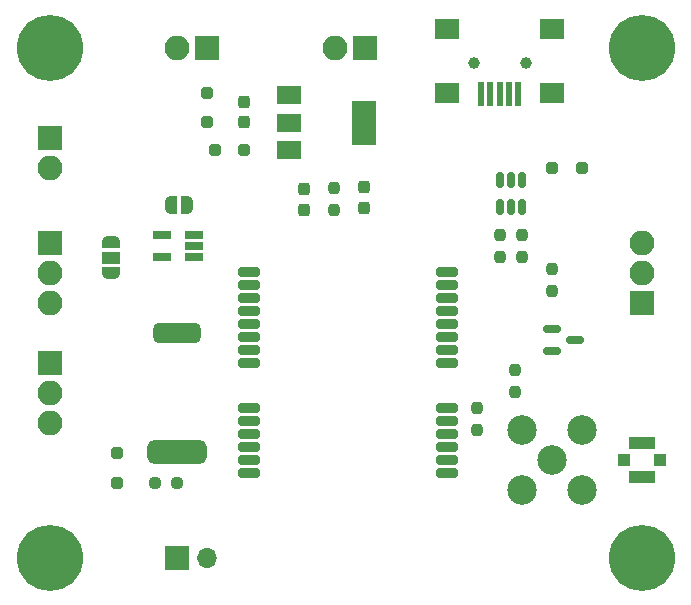
<source format=gts>
%TF.GenerationSoftware,KiCad,Pcbnew,7.0.4*%
%TF.CreationDate,2023-06-12T18:25:08+02:00*%
%TF.ProjectId,ublox-lea-6h-breakout,75626c6f-782d-46c6-9561-2d36682d6272,rev?*%
%TF.SameCoordinates,Original*%
%TF.FileFunction,Soldermask,Top*%
%TF.FilePolarity,Negative*%
%FSLAX46Y46*%
G04 Gerber Fmt 4.6, Leading zero omitted, Abs format (unit mm)*
G04 Created by KiCad (PCBNEW 7.0.4) date 2023-06-12 18:25:08*
%MOMM*%
%LPD*%
G01*
G04 APERTURE LIST*
G04 Aperture macros list*
%AMRoundRect*
0 Rectangle with rounded corners*
0 $1 Rounding radius*
0 $2 $3 $4 $5 $6 $7 $8 $9 X,Y pos of 4 corners*
0 Add a 4 corners polygon primitive as box body*
4,1,4,$2,$3,$4,$5,$6,$7,$8,$9,$2,$3,0*
0 Add four circle primitives for the rounded corners*
1,1,$1+$1,$2,$3*
1,1,$1+$1,$4,$5*
1,1,$1+$1,$6,$7*
1,1,$1+$1,$8,$9*
0 Add four rect primitives between the rounded corners*
20,1,$1+$1,$2,$3,$4,$5,0*
20,1,$1+$1,$4,$5,$6,$7,0*
20,1,$1+$1,$6,$7,$8,$9,0*
20,1,$1+$1,$8,$9,$2,$3,0*%
%AMFreePoly0*
4,1,19,0.500000,-0.750000,0.000000,-0.750000,0.000000,-0.744911,-0.071157,-0.744911,-0.207708,-0.704816,-0.327430,-0.627875,-0.420627,-0.520320,-0.479746,-0.390866,-0.500000,-0.250000,-0.500000,0.250000,-0.479746,0.390866,-0.420627,0.520320,-0.327430,0.627875,-0.207708,0.704816,-0.071157,0.744911,0.000000,0.744911,0.000000,0.750000,0.500000,0.750000,0.500000,-0.750000,0.500000,-0.750000,
$1*%
%AMFreePoly1*
4,1,19,0.000000,0.744911,0.071157,0.744911,0.207708,0.704816,0.327430,0.627875,0.420627,0.520320,0.479746,0.390866,0.500000,0.250000,0.500000,-0.250000,0.479746,-0.390866,0.420627,-0.520320,0.327430,-0.627875,0.207708,-0.704816,0.071157,-0.744911,0.000000,-0.744911,0.000000,-0.750000,-0.500000,-0.750000,-0.500000,0.750000,0.000000,0.750000,0.000000,0.744911,0.000000,0.744911,
$1*%
%AMFreePoly2*
4,1,19,0.550000,-0.750000,0.000000,-0.750000,0.000000,-0.744911,-0.071157,-0.744911,-0.207708,-0.704816,-0.327430,-0.627875,-0.420627,-0.520320,-0.479746,-0.390866,-0.500000,-0.250000,-0.500000,0.250000,-0.479746,0.390866,-0.420627,0.520320,-0.327430,0.627875,-0.207708,0.704816,-0.071157,0.744911,0.000000,0.744911,0.000000,0.750000,0.550000,0.750000,0.550000,-0.750000,0.550000,-0.750000,
$1*%
%AMFreePoly3*
4,1,19,0.000000,0.744911,0.071157,0.744911,0.207708,0.704816,0.327430,0.627875,0.420627,0.520320,0.479746,0.390866,0.500000,0.250000,0.500000,-0.250000,0.479746,-0.390866,0.420627,-0.520320,0.327430,-0.627875,0.207708,-0.704816,0.071157,-0.744911,0.000000,-0.744911,0.000000,-0.750000,-0.550000,-0.750000,-0.550000,0.750000,0.000000,0.750000,0.000000,0.744911,0.000000,0.744911,
$1*%
G04 Aperture macros list end*
%ADD10R,2.100000X2.100000*%
%ADD11O,2.100000X2.100000*%
%ADD12FreePoly0,180.000000*%
%ADD13FreePoly1,180.000000*%
%ADD14R,1.560000X0.650000*%
%ADD15RoundRect,0.200000X-0.700000X-0.200000X0.700000X-0.200000X0.700000X0.200000X-0.700000X0.200000X0*%
%ADD16RoundRect,0.237500X0.237500X-0.250000X0.237500X0.250000X-0.237500X0.250000X-0.237500X-0.250000X0*%
%ADD17RoundRect,0.250000X0.250000X-0.250000X0.250000X0.250000X-0.250000X0.250000X-0.250000X-0.250000X0*%
%ADD18RoundRect,0.237500X-0.237500X0.250000X-0.237500X-0.250000X0.237500X-0.250000X0.237500X0.250000X0*%
%ADD19RoundRect,0.250000X0.250000X0.250000X-0.250000X0.250000X-0.250000X-0.250000X0.250000X-0.250000X0*%
%ADD20C,3.600000*%
%ADD21C,5.600000*%
%ADD22RoundRect,0.500000X2.000000X0.500000X-2.000000X0.500000X-2.000000X-0.500000X2.000000X-0.500000X0*%
%ADD23RoundRect,0.425000X1.575000X0.425000X-1.575000X0.425000X-1.575000X-0.425000X1.575000X-0.425000X0*%
%ADD24R,1.000000X1.000000*%
%ADD25R,2.200000X1.050000*%
%ADD26RoundRect,0.150000X-0.587500X-0.150000X0.587500X-0.150000X0.587500X0.150000X-0.587500X0.150000X0*%
%ADD27O,1.700000X1.700000*%
%ADD28C,2.500000*%
%ADD29RoundRect,0.150000X-0.150000X0.512500X-0.150000X-0.512500X0.150000X-0.512500X0.150000X0.512500X0*%
%ADD30R,2.000000X1.500000*%
%ADD31R,2.000000X3.800000*%
%ADD32C,1.000000*%
%ADD33R,0.500000X2.000000*%
%ADD34R,2.000000X1.700000*%
%ADD35RoundRect,0.237500X-0.237500X0.300000X-0.237500X-0.300000X0.237500X-0.300000X0.237500X0.300000X0*%
%ADD36RoundRect,0.237500X-0.237500X0.287500X-0.237500X-0.287500X0.237500X-0.287500X0.237500X0.287500X0*%
%ADD37FreePoly2,90.000000*%
%ADD38R,1.500000X1.000000*%
%ADD39FreePoly3,90.000000*%
%ADD40RoundRect,0.237500X-0.250000X-0.237500X0.250000X-0.237500X0.250000X0.237500X-0.250000X0.237500X0*%
%ADD41RoundRect,0.237500X0.237500X-0.300000X0.237500X0.300000X-0.237500X0.300000X-0.237500X-0.300000X0*%
G04 APERTURE END LIST*
D10*
%TO.C,J7*%
X86995000Y-115570000D03*
D11*
X86995000Y-118110000D03*
X86995000Y-120650000D03*
%TD*%
D10*
%TO.C,J9*%
X86995000Y-105425000D03*
D11*
X86995000Y-107965000D03*
X86995000Y-110505000D03*
%TD*%
D12*
%TO.C,JP1*%
X98600000Y-102235000D03*
D13*
X97300000Y-102235000D03*
%TD*%
D14*
%TO.C,U2*%
X99220000Y-106675000D03*
X99220000Y-105725000D03*
X99220000Y-104775000D03*
X96520000Y-104775000D03*
X96520000Y-106675000D03*
%TD*%
D15*
%TO.C,U1*%
X103850000Y-107925000D03*
X103850000Y-109025000D03*
X103850000Y-110125000D03*
X103850000Y-111225000D03*
X103850000Y-112325000D03*
X103850000Y-113425000D03*
X103850000Y-114525000D03*
X103850000Y-115625000D03*
X103850000Y-119425000D03*
X103850000Y-120525000D03*
X103850000Y-121625000D03*
X103850000Y-122725000D03*
X103850000Y-123825000D03*
X103850000Y-124925000D03*
X120650000Y-124925000D03*
X120650000Y-123825000D03*
X120650000Y-122725000D03*
X120650000Y-121625000D03*
X120650000Y-120525000D03*
X120650000Y-119425000D03*
X120650000Y-115625000D03*
X120650000Y-114525000D03*
X120650000Y-113425000D03*
X120650000Y-112325000D03*
X120650000Y-111225000D03*
X120650000Y-110125000D03*
X120650000Y-109025000D03*
X120650000Y-107925000D03*
%TD*%
D10*
%TO.C,J4*%
X137160000Y-110490000D03*
D11*
X137160000Y-107950000D03*
X137160000Y-105410000D03*
%TD*%
D16*
%TO.C,R6*%
X126365000Y-118030000D03*
X126365000Y-116205000D03*
%TD*%
%TO.C,R4*%
X127000000Y-106600000D03*
X127000000Y-104775000D03*
%TD*%
D10*
%TO.C,J6*%
X113665000Y-88900000D03*
D11*
X111125000Y-88900000D03*
%TD*%
D17*
%TO.C,D1*%
X92710000Y-125730000D03*
X92710000Y-123230000D03*
%TD*%
D18*
%TO.C,R1*%
X123190000Y-119460000D03*
X123190000Y-121285000D03*
%TD*%
D19*
%TO.C,D3*%
X132060000Y-99060000D03*
X129560000Y-99060000D03*
%TD*%
D10*
%TO.C,J8*%
X86995000Y-96520000D03*
D11*
X86995000Y-99060000D03*
%TD*%
D20*
%TO.C,H2*%
X137160000Y-88900000D03*
D21*
X137160000Y-88900000D03*
%TD*%
D22*
%TO.C,C1*%
X97790000Y-123180000D03*
D23*
X97790000Y-113030000D03*
%TD*%
D16*
%TO.C,R7*%
X129540000Y-109497500D03*
X129540000Y-107672500D03*
%TD*%
D24*
%TO.C,J1*%
X135660000Y-123825000D03*
D25*
X137160000Y-122350000D03*
D24*
X138660000Y-123825000D03*
D25*
X137160000Y-125300000D03*
%TD*%
D26*
%TO.C,Q1*%
X129570000Y-112715000D03*
X129570000Y-114615000D03*
X131445000Y-113665000D03*
%TD*%
D20*
%TO.C,H4*%
X86995000Y-132080000D03*
D21*
X86995000Y-132080000D03*
%TD*%
D10*
%TO.C,J3*%
X97790000Y-132080000D03*
D27*
X100330000Y-132080000D03*
%TD*%
D28*
%TO.C,J2*%
X129540000Y-123825000D03*
X127000000Y-121285000D03*
X127000000Y-126365000D03*
X132080000Y-121285000D03*
X132080000Y-126365000D03*
%TD*%
D20*
%TO.C,H1*%
X86995000Y-88900000D03*
D21*
X86995000Y-88900000D03*
%TD*%
D29*
%TO.C,U4*%
X126995000Y-100152500D03*
X126045000Y-100152500D03*
X125095000Y-100152500D03*
X125095000Y-102427500D03*
X126045000Y-102427500D03*
X126995000Y-102427500D03*
%TD*%
D18*
%TO.C,R5*%
X111120000Y-100805000D03*
X111120000Y-102630000D03*
%TD*%
D30*
%TO.C,U3*%
X107310000Y-92950000D03*
X107310000Y-95250000D03*
D31*
X113610000Y-95250000D03*
D30*
X107310000Y-97550000D03*
%TD*%
D32*
%TO.C,J10*%
X127295000Y-90170000D03*
X122895000Y-90170000D03*
D33*
X126695000Y-92870000D03*
X125895000Y-92870000D03*
X125095000Y-92870000D03*
X124295000Y-92870000D03*
X123495000Y-92870000D03*
D34*
X129545000Y-92770000D03*
X129545000Y-87320000D03*
X120645000Y-92770000D03*
X120645000Y-87320000D03*
%TD*%
D20*
%TO.C,H3*%
X137160000Y-132080000D03*
D21*
X137160000Y-132080000D03*
%TD*%
D35*
%TO.C,C3*%
X113660000Y-100725000D03*
X113660000Y-102450000D03*
%TD*%
D17*
%TO.C,D2*%
X100330000Y-95230000D03*
X100330000Y-92730000D03*
%TD*%
D36*
%TO.C,D5*%
X108580000Y-100880000D03*
X108580000Y-102630000D03*
%TD*%
D37*
%TO.C,JP2*%
X92235000Y-107980000D03*
D38*
X92235000Y-106680000D03*
D39*
X92235000Y-105380000D03*
%TD*%
D19*
%TO.C,D4*%
X103480000Y-97550000D03*
X100980000Y-97550000D03*
%TD*%
D40*
%TO.C,R2*%
X95965000Y-125730000D03*
X97790000Y-125730000D03*
%TD*%
D18*
%TO.C,R3*%
X125095000Y-104775000D03*
X125095000Y-106600000D03*
%TD*%
D10*
%TO.C,J5*%
X100330000Y-88900000D03*
D11*
X97790000Y-88900000D03*
%TD*%
D41*
%TO.C,C2*%
X103500000Y-95237500D03*
X103500000Y-93512500D03*
%TD*%
M02*

</source>
